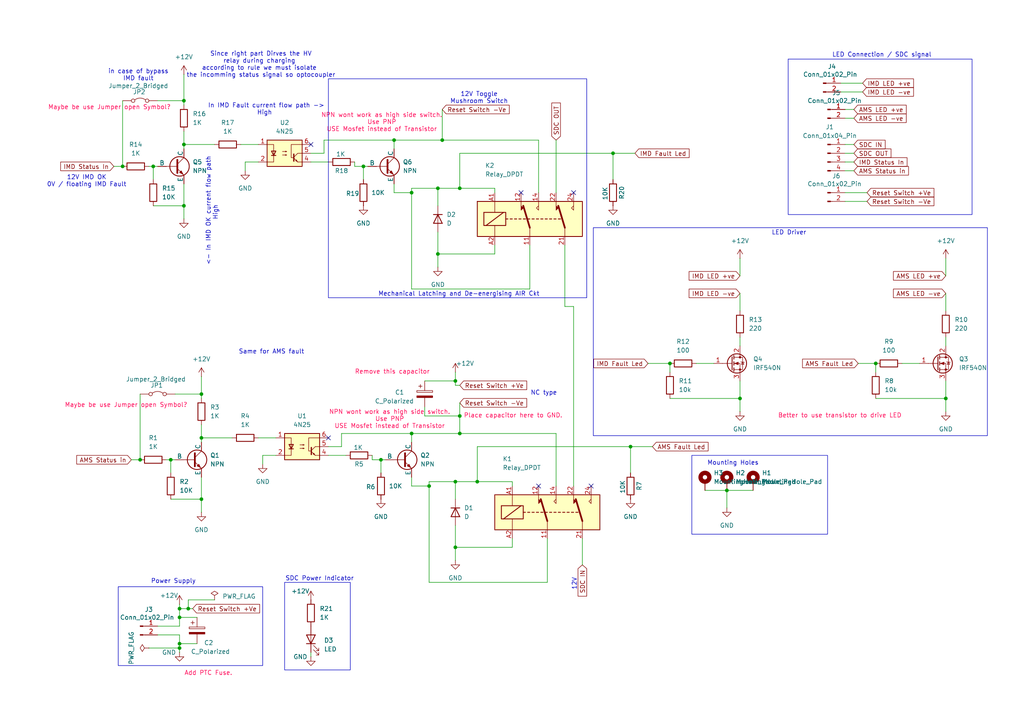
<source format=kicad_sch>
(kicad_sch (version 20231120) (generator "eeschema") (generator_version "8.0")
  (paper "A4")
  (title_block (title "Team Urja SDC 2024") (date "2024-09-06") (rev "V1") (company "Kathmandu University"))
  (lib_symbols
    (symbol "Connector:Conn_01x02_Pin" (pin_names (offset 1.016) hide)
      (property "Reference" "J" (at 0 2.54 0))
      (property "Value" "Conn_01x02_Pin" (at 0 -5.08 0))
      (symbol "Conn_01x02_Pin_1_1"
        (polyline (pts (xy 1.27 -2.54) (xy 0.8636 -2.54)) (stroke (width 0.1524)))
        (polyline (pts (xy 1.27 0) (xy 0.8636 0)) (stroke (width 0.1524)))
        (rectangle (start 0.8636 -2.413) (end 0 -2.667) (stroke (width 0.1524)) (fill (type outline)))
        (rectangle (start 0.8636 0.127) (end 0 -0.127) (stroke (width 0.1524)) (fill (type outline)))
        (pin passive line (at 5.08 0 180) (length 3.81) (name "Pin_1") (number "1"))
        (pin passive line (at 5.08 -2.54 180) (length 3.81) (name "Pin_2") (number "2"))
      )
    )
    (symbol "Connector:Conn_01x04_Pin" (pin_names (offset 1.016) hide)
      (property "Reference" "J" (at 0 5.08 0))
      (property "Value" "Conn_01x04_Pin" (at 0 -7.62 0))
      (symbol "Conn_01x04_Pin_1_1"
        (polyline (pts (xy 1.27 -5.08) (xy 0.8636 -5.08)) (stroke (width 0.1524)))
        (polyline (pts (xy 1.27 -2.54) (xy 0.8636 -2.54)) (stroke (width 0.1524)))
        (polyline (pts (xy 1.27 0) (xy 0.8636 0)) (stroke (width 0.1524)))
        (polyline (pts (xy 1.27 2.54) (xy 0.8636 2.54)) (stroke (width 0.1524)))
        (rectangle (start 0.8636 -4.953) (end 0 -5.207) (stroke (width 0.1524)) (fill (type outline)))
        (rectangle (start 0.8636 -2.413) (end 0 -2.667) (stroke (width 0.1524)) (fill (type outline)))
        (rectangle (start 0.8636 0.127) (end 0 -0.127) (stroke (width 0.1524)) (fill (type outline)))
        (rectangle (start 0.8636 2.667) (end 0 2.413) (stroke (width 0.1524)) (fill (type outline)))
        (pin passive line (at 5.08 2.54 180) (length 3.81) (name "Pin_1") (number "1"))
        (pin passive line (at 5.08 0 180) (length 3.81) (name "Pin_2") (number "2"))
        (pin passive line (at 5.08 -2.54 180) (length 3.81) (name "Pin_3") (number "3"))
        (pin passive line (at 5.08 -5.08 180) (length 3.81) (name "Pin_4") (number "4"))
      )
    )
    (symbol "Device:C_Polarized" (pin_numbers hide) (pin_names (offset 0.254))
      (property "Reference" "C" (at 0.635 2.54 0))
      (property "Value" "C_Polarized" (at 0.635 -2.54 0))
      (symbol "C_Polarized_0_1"
        (rectangle (start -2.286 0.508) (end 2.286 1.016))
        (polyline (pts (xy -1.778 2.286) (xy -0.762 2.286)))
        (polyline (pts (xy -1.27 2.794) (xy -1.27 1.778)))
        (rectangle (start 2.286 -0.508) (end -2.286 -1.016) (fill (type outline)))
      )
      (symbol "C_Polarized_1_1"
        (pin passive line (at 0 3.81 270) (length 2.794) (name "~") (number "1"))
        (pin passive line (at 0 -3.81 90) (length 2.794) (name "~") (number "2"))
      )
    )
    (symbol "Device:D" (pin_numbers hide) (pin_names (offset 1.016) hide)
      (property "Reference" "D" (at 0 2.54 0))
      (property "Value" "D" (at 0 -2.54 0))
      (symbol "D_0_1"
        (polyline (pts (xy -1.27 1.27) (xy -1.27 -1.27)) (stroke (width 0.254)))
        (polyline (pts (xy 1.27 0) (xy -1.27 0)))
        (polyline (pts (xy 1.27 1.27) (xy 1.27 -1.27) (xy -1.27 0) (xy 1.27 1.27)) (stroke (width 0.254)))
      )
      (symbol "D_1_1"
        (pin passive line (at -3.81 0 0) (length 2.54) (name "K") (number "1"))
        (pin passive line (at 3.81 0 180) (length 2.54) (name "A") (number "2"))
      )
    )
    (symbol "Device:LED" (pin_numbers hide) (pin_names (offset 1.016) hide)
      (property "Reference" "D" (at 0 2.54 0))
      (property "Value" "LED" (at 0 -2.54 0))
      (symbol "LED_0_1"
        (polyline (pts (xy -1.27 -1.27) (xy -1.27 1.27)) (stroke (width 0.254)))
        (polyline (pts (xy -1.27 0) (xy 1.27 0)))
        (polyline (pts (xy 1.27 -1.27) (xy 1.27 1.27) (xy -1.27 0) (xy 1.27 -1.27)) (stroke (width 0.254)))
        (polyline (pts (xy -3.048 -0.762) (xy -4.572 -2.286) (xy -3.81 -2.286) (xy -4.572 -2.286) (xy -4.572 -1.524)))
        (polyline (pts (xy -1.778 -0.762) (xy -3.302 -2.286) (xy -2.54 -2.286) (xy -3.302 -2.286) (xy -3.302 -1.524)))
      )
      (symbol "LED_1_1"
        (pin passive line (at -3.81 0 0) (length 2.54) (name "K") (number "1"))
        (pin passive line (at 3.81 0 180) (length 2.54) (name "A") (number "2"))
      )
    )
    (symbol "Device:R" (pin_numbers hide) (pin_names (offset 0))
      (property "Reference" "R" (at 2.032 0 90))
      (property "Value" "R" (at 0 0 90))
      (symbol "R_0_1"
        (rectangle (start -1.016 -2.54) (end 1.016 2.54) (stroke (width 0.254)))
      )
      (symbol "R_1_1"
        (pin passive line (at 0 3.81 270) (length 1.27) (name "~") (number "1"))
        (pin passive line (at 0 -3.81 90) (length 1.27) (name "~") (number "2"))
      )
    )
    (symbol "Isolator:4N25" (pin_names (offset 1.016))
      (property "Reference" "U" (at -5.08 5.08 0))
      (property "Value" "4N25" (at 0 5.08 0))
      (symbol "4N25_0_1"
        (rectangle (start -5.08 3.81) (end 5.08 -3.81) (stroke (width 0.254)) (fill (type background)))
        (polyline (pts (xy -3.81 -0.635) (xy -2.54 -0.635)) (stroke (width 0.254)))
        (polyline (pts (xy 2.667 -1.397) (xy 3.81 -2.54)))
        (polyline (pts (xy 2.667 -1.143) (xy 3.81 0)))
        (polyline (pts (xy 3.81 -2.54) (xy 5.08 -2.54)))
        (polyline (pts (xy 3.81 0) (xy 5.08 0)))
        (polyline (pts (xy 2.667 -0.254) (xy 2.667 -2.286) (xy 2.667 -2.286)) (stroke (width 0.3556)))
        (polyline (pts (xy -5.08 -2.54) (xy -3.175 -2.54) (xy -3.175 2.54) (xy -5.08 2.54)))
        (polyline (pts (xy -3.175 -0.635) (xy -3.81 0.635) (xy -2.54 0.635) (xy -3.175 -0.635)) (stroke (width 0.254)))
        (polyline (pts (xy 3.683 -2.413) (xy 3.429 -1.905) (xy 3.175 -2.159) (xy 3.683 -2.413)))
        (polyline (pts (xy 5.08 2.54) (xy 1.905 2.54) (xy 1.905 -1.27) (xy 2.54 -1.27)))
        (polyline (pts (xy -0.635 -0.508) (xy 0.635 -0.508) (xy 0.254 -0.635) (xy 0.254 -0.381) (xy 0.635 -0.508)))
        (polyline (pts (xy -0.635 0.508) (xy 0.635 0.508) (xy 0.254 0.381) (xy 0.254 0.635) (xy 0.635 0.508)))
      )
      (symbol "4N25_1_1"
        (pin passive line (at -7.62 2.54 0) (length 2.54) (name "~") (number "1"))
        (pin passive line (at -7.62 -2.54 0) (length 2.54) (name "~") (number "2"))
        (pin no_connect line (at -5.08 0 0) (length 2.54) hide (name "NC") (number "3"))
        (pin passive line (at 7.62 -2.54 180) (length 2.54) (name "~") (number "4"))
        (pin passive line (at 7.62 0 180) (length 2.54) (name "~") (number "5"))
        (pin passive line (at 7.62 2.54 180) (length 2.54) (name "~") (number "6"))
      )
    )
    (symbol "Jumper:Jumper_2_Bridged" (pin_numbers hide) (pin_names (offset 0) hide) (exclude_from_sim yes)
      (property "Reference" "JP" (at 0 1.905 0))
      (property "Value" "Jumper_2_Bridged" (at 0 -2.54 0))
      (symbol "Jumper_2_Bridged_0_0"
        (circle (center -2.032 0) (radius 0.508))
        (circle (center 2.032 0) (radius 0.508))
      )
      (symbol "Jumper_2_Bridged_0_1"
        (arc (start 1.524 0.254) (mid 0 0.762) (end -1.524 0.254))
      )
      (symbol "Jumper_2_Bridged_1_1"
        (pin passive line (at -5.08 0 0) (length 2.54) (name "A") (number "1"))
        (pin passive line (at 5.08 0 180) (length 2.54) (name "B") (number "2"))
      )
    )
    (symbol "Mechanical:MountingHole_Pad" (pin_numbers hide) (pin_names (offset 1.016) hide) (exclude_from_sim yes) (in_bom no)
      (property "Reference" "H" (at 0 6.35 0))
      (property "Value" "MountingHole_Pad" (at 0 4.445 0))
      (symbol "MountingHole_Pad_0_1"
        (circle (center 0 1.27) (radius 1.27) (stroke (width 1.27)))
      )
      (symbol "MountingHole_Pad_1_1"
        (pin input line (at 0 -2.54 90) (length 2.54) (name "1") (number "1"))
      )
    )
    (symbol "Relay:Relay_DPDT"
      (property "Reference" "K" (at 16.51 3.81 0))
      (property "Value" "Relay_DPDT" (at 16.51 1.27 0))
      (symbol "Relay_DPDT_0_1"
        (rectangle (start -15.24 5.08) (end 15.24 -5.08) (stroke (width 0.254)) (fill (type background)))
        (rectangle (start -13.335 1.905) (end -6.985 -1.905) (stroke (width 0.254)))
        (polyline (pts (xy -12.7 -1.905) (xy -7.62 1.905)) (stroke (width 0.254)))
        (polyline (pts (xy -10.16 -5.08) (xy -10.16 -1.905)))
        (polyline (pts (xy -10.16 5.08) (xy -10.16 1.905)))
        (polyline (pts (xy -6.985 0) (xy -6.35 0)) (stroke (width 0.254)))
        (polyline (pts (xy -5.715 0) (xy -5.08 0)) (stroke (width 0.254)))
        (polyline (pts (xy -4.445 0) (xy -3.81 0)) (stroke (width 0.254)))
        (polyline (pts (xy -3.175 0) (xy -2.54 0)) (stroke (width 0.254)))
        (polyline (pts (xy -1.905 0) (xy -1.27 0)) (stroke (width 0.254)))
        (polyline (pts (xy -0.635 0) (xy 0 0)) (stroke (width 0.254)))
        (polyline (pts (xy 0 -2.54) (xy -1.905 3.81)) (stroke (width 0.508)))
        (polyline (pts (xy 0 -2.54) (xy 0 -5.08)))
        (polyline (pts (xy 0.635 0) (xy 1.27 0)) (stroke (width 0.254)))
        (polyline (pts (xy 1.905 0) (xy 2.54 0)) (stroke (width 0.254)))
        (polyline (pts (xy 3.175 0) (xy 3.81 0)) (stroke (width 0.254)))
        (polyline (pts (xy 4.445 0) (xy 5.08 0)) (stroke (width 0.254)))
        (polyline (pts (xy 5.715 0) (xy 6.35 0)) (stroke (width 0.254)))
        (polyline (pts (xy 6.985 0) (xy 7.62 0)) (stroke (width 0.254)))
        (polyline (pts (xy 8.255 0) (xy 8.89 0)) (stroke (width 0.254)))
        (polyline (pts (xy 10.16 -2.54) (xy 8.255 3.81)) (stroke (width 0.508)))
        (polyline (pts (xy 10.16 -2.54) (xy 10.16 -5.08)))
        (polyline (pts (xy -2.54 5.08) (xy -2.54 2.54) (xy -1.905 3.175) (xy -2.54 3.81)) (fill (type outline)))
        (polyline (pts (xy 2.54 5.08) (xy 2.54 2.54) (xy 1.905 3.175) (xy 2.54 3.81)))
        (polyline (pts (xy 7.62 5.08) (xy 7.62 2.54) (xy 8.255 3.175) (xy 7.62 3.81)) (fill (type outline)))
        (polyline (pts (xy 12.7 5.08) (xy 12.7 2.54) (xy 12.065 3.175) (xy 12.7 3.81)))
      )
      (symbol "Relay_DPDT_1_1"
        (pin passive line (at 0 -7.62 90) (length 2.54) (name "~") (number "11"))
        (pin passive line (at -2.54 7.62 270) (length 2.54) (name "~") (number "12"))
        (pin passive line (at 2.54 7.62 270) (length 2.54) (name "~") (number "14"))
        (pin passive line (at 10.16 -7.62 90) (length 2.54) (name "~") (number "21"))
        (pin passive line (at 7.62 7.62 270) (length 2.54) (name "~") (number "22"))
        (pin passive line (at 12.7 7.62 270) (length 2.54) (name "~") (number "24"))
        (pin passive line (at -10.16 7.62 270) (length 2.54) (name "~") (number "A1"))
        (pin passive line (at -10.16 -7.62 90) (length 2.54) (name "~") (number "A2"))
      )
    )
    (symbol "Simulation_SPICE:NPN" (pin_numbers hide) (pin_names (offset 0))
      (property "Reference" "Q" (at -2.54 7.62 0))
      (property "Value" "NPN" (at -2.54 5.08 0))
      (symbol "NPN_0_1"
        (polyline (pts (xy -2.54 0) (xy 0.635 0)) (stroke (width 0.1524)))
        (polyline (pts (xy 0.635 0.635) (xy 2.54 2.54)))
        (polyline (pts (xy 2.794 -1.27) (xy 2.794 -1.27)) (stroke (width 0.1524)))
        (polyline (pts (xy 2.794 -1.27) (xy 2.794 -1.27)) (stroke (width 0.1524)))
        (polyline (pts (xy 0.635 -0.635) (xy 2.54 -2.54) (xy 2.54 -2.54)))
        (polyline (pts (xy 0.635 1.905) (xy 0.635 -1.905) (xy 0.635 -1.905)) (stroke (width 0.508)))
        (polyline (pts (xy 1.27 -1.778) (xy 1.778 -1.27) (xy 2.286 -2.286) (xy 1.27 -1.778) (xy 1.27 -1.778)) (fill (type outline)))
        (circle (center 1.27 0) (radius 2.8194) (stroke (width 0.254)))
      )
      (symbol "NPN_1_1"
        (pin open_collector line (at 2.54 5.08 270) (length 2.54) (name "C") (number "1"))
        (pin input line (at -5.08 0 0) (length 2.54) (name "B") (number "2"))
        (pin open_emitter line (at 2.54 -5.08 90) (length 2.54) (name "E") (number "3"))
      )
    )
    (symbol "Transistor_FET:IRF540N" (pin_names hide)
      (property "Reference" "Q" (at 5.08 1.905 0))
      (property "Value" "IRF540N" (at 5.08 0 0))
      (symbol "IRF540N_0_1"
        (polyline (pts (xy 0.254 0) (xy -2.54 0)))
        (polyline (pts (xy 0.254 1.905) (xy 0.254 -1.905)) (stroke (width 0.254)))
        (polyline (pts (xy 0.762 -1.27) (xy 0.762 -2.286)) (stroke (width 0.254)))
        (polyline (pts (xy 0.762 0.508) (xy 0.762 -0.508)) (stroke (width 0.254)))
        (polyline (pts (xy 0.762 2.286) (xy 0.762 1.27)) (stroke (width 0.254)))
        (polyline (pts (xy 2.54 2.54) (xy 2.54 1.778)))
        (polyline (pts (xy 2.54 -2.54) (xy 2.54 0) (xy 0.762 0)))
        (polyline (pts (xy 0.762 -1.778) (xy 3.302 -1.778) (xy 3.302 1.778) (xy 0.762 1.778)))
        (polyline (pts (xy 1.016 0) (xy 2.032 0.381) (xy 2.032 -0.381) (xy 1.016 0)) (fill (type outline)))
        (polyline (pts (xy 2.794 0.508) (xy 2.921 0.381) (xy 3.683 0.381) (xy 3.81 0.254)))
        (polyline (pts (xy 3.302 0.381) (xy 2.921 -0.254) (xy 3.683 -0.254) (xy 3.302 0.381)))
        (circle (center 1.651 0) (radius 2.794) (stroke (width 0.254)))
        (circle (center 2.54 -1.778) (radius 0.254) (fill (type outline)))
        (circle (center 2.54 1.778) (radius 0.254) (fill (type outline)))
      )
      (symbol "IRF540N_1_1"
        (pin input line (at -5.08 0 0) (length 2.54) (name "G") (number "1"))
        (pin passive line (at 2.54 5.08 270) (length 2.54) (name "D") (number "2"))
        (pin passive line (at 2.54 -5.08 90) (length 2.54) (name "S") (number "3"))
      )
    )
    (symbol "power:+12V" (power) (pin_numbers hide) (pin_names (offset 0) hide)
      (property "Value" "+12V" (at 0 3.556 0))
      (symbol "+12V_0_1"
        (polyline (pts (xy -0.762 1.27) (xy 0 2.54)))
        (polyline (pts (xy 0 0) (xy 0 2.54)))
        (polyline (pts (xy 0 2.54) (xy 0.762 1.27)))
      )
      (symbol "+12V_1_1"
        (pin power_in line (at 0 0 90) (length 0) (name "~") (number "1"))
      )
    )
    (symbol "power:GND" (power) (pin_numbers hide) (pin_names (offset 0) hide)
      (property "Value" "GND" (at 0 -3.81 0))
      (symbol "GND_0_1"
        (polyline (pts (xy 0 0) (xy 0 -1.27) (xy 1.27 -1.27) (xy 0 -2.54) (xy -1.27 -1.27) (xy 0 -1.27)))
      )
      (symbol "GND_1_1"
        (pin power_in line (at 0 0 270) (length 0) (name "~") (number "1"))
      )
    )
    (symbol "power:PWR_FLAG" (power) (pin_numbers hide) (pin_names (offset 0) hide)
      (property "Value" "PWR_FLAG" (at 0 3.81 0))
      (symbol "PWR_FLAG_0_0"
        (pin power_out line (at 0 0 90) (length 0) (name "~") (number "1"))
      )
      (symbol "PWR_FLAG_0_1"
        (polyline (pts (xy 0 0) (xy 0 1.27) (xy -1.016 1.905) (xy 0 2.54) (xy 1.016 1.905) (xy 0 1.27)))
      )
    )
  )
  (junction (at 210.82 142.24))
  (junction (at 49.53 133.35))
  (junction (at 53.34 41.91))
  (junction (at 133.35 120.65))
  (junction (at 133.35 54.61))
  (junction (at 114.3 40.64))
  (junction (at 127 54.61))
  (junction (at 133.35 125.73))
  (junction (at 177.8 44.45))
  (junction (at 119.38 125.73))
  (junction (at 127 73.66))
  (junction (at 58.42 127))
  (junction (at 182.88 129.54))
  (junction (at 52.07 187.96))
  (junction (at 40.64 133.35))
  (junction (at 138.43 139.7))
  (junction (at 194.31 105.41))
  (junction (at 58.42 114.3))
  (junction (at 53.34 59.69))
  (junction (at 58.42 144.78))
  (junction (at 132.08 158.75))
  (junction (at 119.38 55.88))
  (junction (at 35.56 48.26))
  (junction (at 52.07 179.07))
  (junction (at 128.27 40.64))
  (junction (at 132.08 110.49))
  (junction (at 105.41 48.26))
  (junction (at 132.08 139.7))
  (junction (at 52.07 176.53))
  (junction (at 53.34 29.21))
  (junction (at 124.46 140.97))
  (junction (at 52.07 186.69))
  (junction (at 44.45 48.26))
  (junction (at 254 105.41))
  (junction (at 110.49 133.35))
  (junction (at 54.61 176.53))
  (junction (at 274.32 115.57))
  (junction (at 214.63 115.57))
  (no_connect (at 171.45 140.97))
  (no_connect (at 166.37 55.88))
  (no_connect (at 95.25 127))
  (no_connect (at 90.17 41.91))
  (no_connect (at 151.13 55.88))
  (no_connect (at 156.21 140.97))
  (wire (pts (xy 128.27 40.64) (xy 156.21 40.64)))
  (wire (pts (xy 52.07 181.61) (xy 45.72 181.61)))
  (wire (pts (xy 214.63 115.57) (xy 214.63 119.38)))
  (wire (pts (xy 274.32 115.57) (xy 274.32 119.38)))
  (wire (pts (xy 166.37 88.9) (xy 163.83 88.9)))
  (wire (pts (xy 127 73.66) (xy 127 77.47)))
  (wire (pts (xy 49.53 133.35) (xy 49.53 137.16)))
  (wire (pts (xy 132.08 110.49) (xy 132.08 111.76)))
  (wire (pts (xy 133.35 54.61) (xy 143.51 54.61)))
  (wire (pts (xy 74.93 127) (xy 80.01 127)))
  (wire (pts (xy 274.32 110.49) (xy 274.32 115.57)))
  (wire (pts (xy 133.35 120.65) (xy 133.35 125.73)))
  (wire (pts (xy 138.43 139.7) (xy 148.59 139.7)))
  (wire (pts (xy 58.42 144.78) (xy 58.42 148.59)))
  (wire (pts (xy 274.32 85.09) (xy 274.32 90.17)))
  (wire (pts (xy 119.38 140.97) (xy 124.46 140.97)))
  (wire (pts (xy 53.34 21.59) (xy 53.34 29.21)))
  (wire (pts (xy 182.88 129.54) (xy 182.88 137.16)))
  (wire (pts (xy 243.84 26.67) (xy 250.19 26.67)))
  (wire (pts (xy 107.95 133.35) (xy 107.95 132.08)))
  (wire (pts (xy 52.07 187.96) (xy 52.07 186.69)))
  (wire (pts (xy 52.07 176.53) (xy 54.61 176.53)))
  (wire (pts (xy 128.27 31.75) (xy 128.27 40.64)))
  (wire (pts (xy 133.35 116.84) (xy 133.35 120.65)))
  (wire (pts (xy 52.07 186.69) (xy 52.07 184.15)))
  (wire (pts (xy 52.07 176.53) (xy 52.07 179.07)))
  (wire (pts (xy 90.17 46.99) (xy 95.25 46.99)))
  (wire (pts (xy 148.59 139.7) (xy 148.59 140.97)))
  (wire (pts (xy 132.08 111.76) (xy 133.35 111.76)))
  (wire (pts (xy 76.2 132.08) (xy 80.01 132.08)))
  (wire (pts (xy 214.63 97.79) (xy 214.63 100.33)))
  (wire (pts (xy 132.08 158.75) (xy 132.08 162.56)))
  (wire (pts (xy 114.3 55.88) (xy 119.38 55.88)))
  (wire (pts (xy 163.83 71.12) (xy 163.83 88.9)))
  (wire (pts (xy 243.84 24.13) (xy 250.19 24.13)))
  (wire (pts (xy 210.82 142.24) (xy 210.82 147.32)))
  (wire (pts (xy 105.41 48.26) (xy 106.68 48.26)))
  (wire (pts (xy 245.11 41.91) (xy 247.65 41.91)))
  (wire (pts (xy 52.07 184.15) (xy 45.72 184.15)))
  (wire (pts (xy 132.08 107.95) (xy 132.08 110.49)))
  (wire (pts (xy 132.08 152.4) (xy 132.08 158.75)))
  (wire (pts (xy 214.63 110.49) (xy 214.63 115.57)))
  (wire (pts (xy 52.07 175.26) (xy 52.07 176.53)))
  (wire (pts (xy 128.27 40.64) (xy 114.3 40.64)))
  (wire (pts (xy 132.08 144.78) (xy 132.08 139.7)))
  (wire (pts (xy 182.88 129.54) (xy 189.23 129.54)))
  (wire (pts (xy 50.8 114.3) (xy 58.42 114.3)))
  (wire (pts (xy 194.31 105.41) (xy 194.31 107.95)))
  (wire (pts (xy 124.46 140.97) (xy 124.46 168.91)))
  (wire (pts (xy 214.63 74.93) (xy 214.63 80.01)))
  (wire (pts (xy 248.92 105.41) (xy 254 105.41)))
  (wire (pts (xy 114.3 53.34) (xy 114.3 55.88)))
  (wire (pts (xy 48.26 133.35) (xy 49.53 133.35)))
  (wire (pts (xy 45.72 29.21) (xy 53.34 29.21)))
  (wire (pts (xy 107.95 133.35) (xy 110.49 133.35)))
  (wire (pts (xy 110.49 133.35) (xy 110.49 137.16)))
  (wire (pts (xy 127 54.61) (xy 133.35 54.61)))
  (wire (pts (xy 123.19 118.11) (xy 123.19 120.65)))
  (wire (pts (xy 214.63 85.09) (xy 214.63 90.17)))
  (wire (pts (xy 138.43 139.7) (xy 138.43 129.54)))
  (wire (pts (xy 245.11 34.29) (xy 247.65 34.29)))
  (wire (pts (xy 274.32 97.79) (xy 274.32 100.33)))
  (wire (pts (xy 132.08 139.7) (xy 138.43 139.7)))
  (wire (pts (xy 204.47 142.24) (xy 210.82 142.24)))
  (wire (pts (xy 194.31 115.57) (xy 214.63 115.57)))
  (wire (pts (xy 245.11 49.53) (xy 247.65 49.53)))
  (wire (pts (xy 123.19 120.65) (xy 133.35 120.65)))
  (wire (pts (xy 52.07 179.07) (xy 52.07 181.61)))
  (wire (pts (xy 53.34 29.21) (xy 53.34 30.48)))
  (wire (pts (xy 210.82 142.24) (xy 218.44 142.24)))
  (wire (pts (xy 245.11 31.75) (xy 247.65 31.75)))
  (wire (pts (xy 53.34 41.91) (xy 62.23 41.91)))
  (wire (pts (xy 161.29 40.64) (xy 161.29 55.88)))
  (wire (pts (xy 148.59 158.75) (xy 148.59 156.21)))
  (wire (pts (xy 93.98 40.64) (xy 114.3 40.64)))
  (wire (pts (xy 187.96 105.41) (xy 194.31 105.41)))
  (wire (pts (xy 124.46 139.7) (xy 132.08 139.7)))
  (wire (pts (xy 49.53 144.78) (xy 58.42 144.78)))
  (wire (pts (xy 153.67 71.12) (xy 153.67 83.82)))
  (wire (pts (xy 43.18 48.26) (xy 44.45 48.26)))
  (wire (pts (xy 201.93 105.41) (xy 207.01 105.41)))
  (wire (pts (xy 93.98 44.45) (xy 93.98 40.64)))
  (wire (pts (xy 261.62 105.41) (xy 266.7 105.41)))
  (wire (pts (xy 49.53 133.35) (xy 50.8 133.35)))
  (wire (pts (xy 156.21 40.64) (xy 156.21 55.88)))
  (wire (pts (xy 143.51 54.61) (xy 143.51 55.88)))
  (wire (pts (xy 102.87 48.26) (xy 105.41 48.26)))
  (wire (pts (xy 53.34 41.91) (xy 53.34 43.18)))
  (wire (pts (xy 114.3 40.64) (xy 114.3 43.18)))
  (wire (pts (xy 166.37 140.97) (xy 166.37 88.9)))
  (wire (pts (xy 52.07 186.69) (xy 57.15 186.69)))
  (wire (pts (xy 119.38 55.88) (xy 119.38 83.82)))
  (wire (pts (xy 127 67.31) (xy 127 73.66)))
  (wire (pts (xy 274.32 74.93) (xy 274.32 80.01)))
  (wire (pts (xy 133.35 125.73) (xy 161.29 125.73)))
  (wire (pts (xy 58.42 114.3) (xy 58.42 115.57)))
  (wire (pts (xy 44.45 48.26) (xy 45.72 48.26)))
  (wire (pts (xy 119.38 138.43) (xy 119.38 140.97)))
  (wire (pts (xy 245.11 46.99) (xy 247.65 46.99)))
  (wire (pts (xy 158.75 156.21) (xy 158.75 168.91)))
  (wire (pts (xy 132.08 158.75) (xy 148.59 158.75)))
  (wire (pts (xy 43.18 187.96) (xy 52.07 187.96)))
  (wire (pts (xy 133.35 54.61) (xy 133.35 44.45)))
  (wire (pts (xy 245.11 55.88) (xy 251.46 55.88)))
  (wire (pts (xy 71.12 46.99) (xy 74.93 46.99)))
  (wire (pts (xy 44.45 48.26) (xy 44.45 52.07)))
  (wire (pts (xy 99.06 125.73) (xy 119.38 125.73)))
  (wire (pts (xy 90.17 189.23) (xy 90.17 190.5)))
  (wire (pts (xy 38.1 133.35) (xy 40.64 133.35)))
  (wire (pts (xy 123.19 110.49) (xy 132.08 110.49)))
  (wire (pts (xy 53.34 53.34) (xy 53.34 59.69)))
  (wire (pts (xy 254 105.41) (xy 254 107.95)))
  (wire (pts (xy 95.25 132.08) (xy 100.33 132.08)))
  (wire (pts (xy 119.38 125.73) (xy 119.38 128.27)))
  (wire (pts (xy 177.8 44.45) (xy 177.8 52.07)))
  (wire (pts (xy 143.51 73.66) (xy 143.51 71.12)))
  (wire (pts (xy 110.49 133.35) (xy 111.76 133.35)))
  (wire (pts (xy 161.29 125.73) (xy 161.29 140.97)))
  (wire (pts (xy 90.17 44.45) (xy 93.98 44.45)))
  (wire (pts (xy 127 73.66) (xy 143.51 73.66)))
  (wire (pts (xy 119.38 54.61) (xy 127 54.61)))
  (wire (pts (xy 54.61 173.99) (xy 54.61 176.53)))
  (wire (pts (xy 254 115.57) (xy 274.32 115.57)))
  (wire (pts (xy 69.85 41.91) (xy 74.93 41.91)))
  (wire (pts (xy 127 59.69) (xy 127 54.61)))
  (wire (pts (xy 133.35 125.73) (xy 119.38 125.73)))
  (wire (pts (xy 58.42 123.19) (xy 58.42 127)))
  (wire (pts (xy 58.42 109.22) (xy 58.42 114.3)))
  (wire (pts (xy 62.23 173.99) (xy 54.61 173.99)))
  (wire (pts (xy 153.67 83.82) (xy 119.38 83.82)))
  (wire (pts (xy 168.91 156.21) (xy 168.91 163.83)))
  (wire (pts (xy 35.56 29.21) (xy 35.56 48.26)))
  (wire (pts (xy 53.34 38.1) (xy 53.34 41.91)))
  (wire (pts (xy 54.61 176.53) (xy 55.88 176.53)))
  (wire (pts (xy 52.07 189.23) (xy 52.07 187.96)))
  (wire (pts (xy 177.8 44.45) (xy 184.15 44.45)))
  (wire (pts (xy 44.45 59.69) (xy 53.34 59.69)))
  (wire (pts (xy 52.07 179.07) (xy 57.15 179.07)))
  (wire (pts (xy 245.11 58.42) (xy 251.46 58.42)))
  (wire (pts (xy 76.2 132.08) (xy 76.2 134.62)))
  (wire (pts (xy 102.87 48.26) (xy 102.87 46.99)))
  (wire (pts (xy 105.41 48.26) (xy 105.41 52.07)))
  (wire (pts (xy 99.06 129.54) (xy 99.06 125.73)))
  (wire (pts (xy 124.46 139.7) (xy 124.46 140.97)))
  (wire (pts (xy 40.64 114.3) (xy 40.64 133.35)))
  (wire (pts (xy 245.11 44.45) (xy 247.65 44.45)))
  (wire (pts (xy 53.34 59.69) (xy 53.34 63.5)))
  (wire (pts (xy 58.42 127) (xy 58.42 128.27)))
  (wire (pts (xy 58.42 138.43) (xy 58.42 144.78)))
  (wire (pts (xy 95.25 129.54) (xy 99.06 129.54)))
  (wire (pts (xy 58.42 127) (xy 67.31 127)))
  (wire (pts (xy 133.35 44.45) (xy 177.8 44.45)))
  (wire (pts (xy 33.02 48.26) (xy 35.56 48.26)))
  (wire (pts (xy 138.43 129.54) (xy 182.88 129.54)))
  (wire (pts (xy 158.75 168.91) (xy 124.46 168.91)))
  (wire (pts (xy 119.38 54.61) (xy 119.38 55.88)))
  (wire (pts (xy 71.12 46.99) (xy 71.12 49.53)))
  (rectangle (start 34.29 170.18) (end 76.2 193.04))
  (rectangle (start 95.25 22.86) (end 170.18 86.36))
  (rectangle (start 228.6 17.145) (end 281.94 62.23))
  (rectangle (start 82.55 168.91) (end 101.6 194.31))
  (rectangle (start 172.085 66.04) (end 286.385 126.365))
  (rectangle (start 200.66 132.08) (end 240.03 154.94))
  (text "Power Supply\n" (at 50.292 168.656 0) (effects (font (size 1.27 1.27))))
  (text "LED Connection / SDC signal\n" (at 255.778 16.002 0) (effects (font (size 1.27 1.27))))
  (text "Maybe be use Jumper open Symbol?" (at 36.576 117.602 0) (effects (font (size 1.27 1.27))))
  (text "LED Driver\n" (at 228.854 67.564 0) (effects (font (size 1.27 1.27))))
  (text "Same for AMS fault" (at 78.74 102.108 0) (effects (font (size 1.27 1.27))))
  (text "Better to use transistor to drive LED" (at 243.586 120.65 0) (effects (font (size 1.27 1.27))))
  (text "12V Toggle \nMushroom Switch " (at 139.446 28.448 0) (effects (font (size 1.27 1.27))))
  (text "NPN wont work as high side switch.\nUse PNP\nUSE Mosfet instead of Transistor" (at 110.744 35.56 0) (effects (font (size 1.27 1.27))))
  (text "in case of bypass\nIMD fault" (at 40.132 21.844 0) (effects (font (size 1.27 1.27))))
  (text "Mechanical Latching and De-energising AIR Ckt" (at 133.096 85.344 0) (effects (font (size 1.27 1.27))))
  (text "In IMD Fault current flow path ->\nHigh " (at 77.216 31.75 0) (effects (font (size 1.27 1.27))))
  (text "NPN wont work as high side switch.\nUse PNP\nUSE Mosfet instead of Transistor" (at 113.03 121.666 0) (effects (font (size 1.27 1.27))))
  (text "Since right part Dirves the HV\nrelay during charging \naccording to rule we must isolate \nthe incomming status signal so optocoupler" (at 75.692 18.796 0) (effects (font (size 1.27 1.27))))
  (text "Place capacitor here to GND." (at 148.844 120.65 0) (effects (font (size 1.27 1.27))))
  (text "NC type\n" (at 157.734 114.046 0) (effects (font (size 1.27 1.27))))
  (text "12V IMD OK\n0V / floating IMD Fault" (at 25.146 52.578 0) (effects (font (size 1.27 1.27))))
  (text "Maybe be use Jumper open Symbol?" (at 31.75 31.242 0) (effects (font (size 1.27 1.27))))
  (text "Remove this capacitor" (at 113.792 107.95 0) (effects (font (size 1.27 1.27))))
  (text "Mounting Holes" (at 212.598 134.366 0) (effects (font (size 1.27 1.27))))
  (text "SDC Power Indicator" (at 92.71 167.894 0) (effects (font (size 1.27 1.27))))
  (text "Add PTC Fuse." (at 60.452 195.326 0) (effects (font (size 1.27 1.27))))
  (text "12V" (at 166.624 169.418 90) (effects (font (size 1.27 1.27))))
  (text "<- In IMD OK current flow path\nHigh " (at 61.468 61.214 90) (effects (font (size 1.27 1.27))))
  (global_label "AMS Status in" (shape input) (at 247.65 49.53 0) (property "Intersheetrefs" "${INTERSHEET_REFS}" (effects (hide yes))))
  (global_label "Reset Switch +Ve" (shape input) (at 55.88 176.53 0) (property "Intersheetrefs" "${INTERSHEET_REFS}" (effects (hide yes))))
  (global_label "SDC OUT" (shape input) (at 247.65 44.45 0) (property "Intersheetrefs" "${INTERSHEET_REFS}" (effects (hide yes))))
  (global_label "IMD Status In" (shape input) (at 247.65 46.99 0) (property "Intersheetrefs" "${INTERSHEET_REFS}" (effects (hide yes))))
  (global_label "IMD LED -ve" (shape input) (at 250.19 26.67 0) (property "Intersheetrefs" "${INTERSHEET_REFS}" (effects (hide yes))))
  (global_label "SDC OUT" (shape input) (at 161.29 40.64 90) (property "Intersheetrefs" "${INTERSHEET_REFS}" (effects (hide yes))))
  (global_label "Reset Switch -Ve" (shape input) (at 251.46 58.42 0) (property "Intersheetrefs" "${INTERSHEET_REFS}" (effects (hide yes))))
  (global_label "Reset Switch -Ve" (shape input) (at 133.35 116.84 0) (property "Intersheetrefs" "${INTERSHEET_REFS}" (effects (hide yes))))
  (global_label "AMS Fault Led" (shape input) (at 189.23 129.54 0) (property "Intersheetrefs" "${INTERSHEET_REFS}" (effects (hide yes))))
  (global_label "IMD Fault Led" (shape input) (at 184.15 44.45 0) (property "Intersheetrefs" "${INTERSHEET_REFS}" (effects (hide yes))))
  (global_label "IMD LED +ve" (shape input) (at 250.19 24.13 0) (property "Intersheetrefs" "${INTERSHEET_REFS}" (effects (hide yes))))
  (global_label "Reset Switch +Ve" (shape input) (at 251.46 55.88 0) (property "Intersheetrefs" "${INTERSHEET_REFS}" (effects (hide yes))))
  (global_label "IMD Status In" (shape input) (at 33.02 48.26 180) (property "Intersheetrefs" "${INTERSHEET_REFS}" (effects (hide yes))))
  (global_label "IMD Fault Led" (shape input) (at 187.96 105.41 180) (property "Intersheetrefs" "${INTERSHEET_REFS}" (effects (hide yes))))
  (global_label "AMS LED -ve" (shape input) (at 247.65 34.29 0) (property "Intersheetrefs" "${INTERSHEET_REFS}" (effects (hide yes))))
  (global_label "AMS Status in" (shape input) (at 38.1 133.35 180) (property "Intersheetrefs" "${INTERSHEET_REFS}" (effects (hide yes))))
  (global_label "IMD LED -ve" (shape input) (at 214.63 85.09 180) (property "Intersheetrefs" "${INTERSHEET_REFS}" (effects (hide yes))))
  (global_label "Reset Switch -Ve" (shape input) (at 128.27 31.75 0) (property "Intersheetrefs" "${INTERSHEET_REFS}" (effects (hide yes))))
  (global_label "IMD LED +ve" (shape input) (at 214.63 80.01 180) (property "Intersheetrefs" "${INTERSHEET_REFS}" (effects (hide yes))))
  (global_label "Reset Switch +Ve" (shape input) (at 133.35 111.76 0) (property "Intersheetrefs" "${INTERSHEET_REFS}" (effects (hide yes))))
  (global_label "AMS LED +ve" (shape input) (at 247.65 31.75 0) (property "Intersheetrefs" "${INTERSHEET_REFS}" (effects (hide yes))))
  (global_label "SDC IN" (shape input) (at 247.65 41.91 0) (property "Intersheetrefs" "${INTERSHEET_REFS}" (effects (hide yes))))
  (global_label "AMS LED +ve" (shape input) (at 274.32 80.01 180) (property "Intersheetrefs" "${INTERSHEET_REFS}" (effects (hide yes))))
  (global_label "AMS Fault Led" (shape input) (at 248.92 105.41 180) (property "Intersheetrefs" "${INTERSHEET_REFS}" (effects (hide yes))))
  (global_label "SDC IN" (shape input) (at 168.91 163.83 270) (property "Intersheetrefs" "${INTERSHEET_REFS}" (effects (hide yes))))
  (global_label "AMS LED -ve" (shape input) (at 274.32 85.09 180) (property "Intersheetrefs" "${INTERSHEET_REFS}" (effects (hide yes))))
  (symbol (lib_id "Connector:Conn_01x02_Pin") (at 240.03 31.75 0) (unit 1)
    (property "Reference" "J5" (at 242.57 26.924 0))
    (property "Value" "Conn_01x02_Pin" (at 242.062 29.21 0))
    (property "Footprint" "Connector_PinHeader_2.54mm:PinHeader_1x02_P2.54mm_Vertical" (effects (hide yes)))
    (property "Description" "Generic connector, single row, 01x02, script generated" (effects (hide yes)))
  )
  (symbol (lib_id "Device:D") (at 132.08 148.59 270) (unit 1)
    (property "Reference" "D1" (at 134.62 147.3199 90) (effects (justify left)))
    (property "Value" "D" (at 134.62 149.8599 90) (effects (justify left)))
    (property "Footprint" "Diode_THT:D_A-405_P7.62mm_Horizontal" (effects (hide yes)))
    (property "Description" "Diode" (effects (hide yes)))
    (property "Sim.Device" "D" (effects (hide yes)))
    (property "Sim.Pins" "1=K 2=A" (effects (hide yes)))
  )
  (symbol (lib_id "Device:R") (at 104.14 132.08 270) (unit 1)
    (property "Reference" "R5" (at 104.14 134.62 90))
    (property "Value" "1K" (at 103.886 129.794 90))
    (property "Footprint" "Resistor_THT:R_Axial_DIN0207_L6.3mm_D2.5mm_P7.62mm_Horizontal" (effects (hide yes)))
    (property "Description" "Resistor" (effects (hide yes)))
  )
  (symbol (lib_id "Device:R") (at 257.81 105.41 90) (unit 1)
    (property "Reference" "R9" (at 257.81 99.06 90))
    (property "Value" "100" (at 257.81 101.6 90))
    (property "Footprint" "Resistor_THT:R_Axial_DIN0204_L3.6mm_D1.6mm_P7.62mm_Horizontal" (effects (hide yes)))
    (property "Description" "Resistor" (effects (hide yes)))
  )
  (symbol (lib_id "power:GND") (at 110.49 144.78 0) (unit 1)
    (property "Reference" "#PWR04" (effects (hide yes)))
    (property "Value" "GND" (at 110.49 149.86 0))
    (property "Description" "Power symbol creates a global label with name \"GND\" , ground" (effects (hide yes)))
  )
  (symbol (lib_id "Device:R") (at 39.37 48.26 90) (unit 1)
    (property "Reference" "R14" (at 39.37 41.91 90))
    (property "Value" "1K" (at 39.37 44.45 90))
    (property "Footprint" "Resistor_THT:R_Axial_DIN0207_L6.3mm_D2.5mm_P7.62mm_Horizontal" (effects (hide yes)))
    (property "Description" "Resistor" (effects (hide yes)))
  )
  (symbol (lib_id "Connector:Conn_01x02_Pin") (at 238.76 24.13 0) (unit 1)
    (property "Reference" "J4" (at 241.3 19.304 0))
    (property "Value" "Conn_01x02_Pin" (at 240.792 21.59 0))
    (property "Footprint" "Connector_PinHeader_2.54mm:PinHeader_1x02_P2.54mm_Vertical" (effects (hide yes)))
    (property "Description" "Generic connector, single row, 01x02, script generated" (effects (hide yes)))
  )
  (symbol (lib_id "Device:LED") (at 90.17 185.42 90) (unit 1)
    (property "Reference" "D3" (at 93.98 185.7374 90) (effects (justify right)))
    (property "Value" "LED" (at 93.98 188.2774 90) (effects (justify right)))
    (property "Footprint" "LED_THT:LED_D5.0mm" (effects (hide yes)))
    (property "Description" "Light emitting diode" (effects (hide yes)))
  )
  (symbol (lib_id "power:GND") (at 132.08 162.56 0) (unit 1)
    (property "Reference" "#PWR06" (effects (hide yes)))
    (property "Value" "GND" (at 132.08 167.64 0))
    (property "Description" "Power symbol creates a global label with name \"GND\" , ground" (effects (hide yes)))
  )
  (symbol (lib_id "Connector:Conn_01x02_Pin") (at 240.03 55.88 0) (unit 1)
    (property "Reference" "J6" (at 242.57 51.054 0))
    (property "Value" "Conn_01x02_Pin" (at 242.062 53.34 0))
    (property "Footprint" "Connector_PinHeader_2.54mm:PinHeader_1x02_P2.54mm_Vertical" (effects (hide yes)))
    (property "Description" "Generic connector, single row, 01x02, script generated" (effects (hide yes)))
  )
  (symbol (lib_id "Device:R") (at 53.34 34.29 180) (unit 1)
    (property "Reference" "R16" (at 55.88 33.0199 0) (effects (justify right)))
    (property "Value" "1K" (at 55.88 35.5599 0) (effects (justify right)))
    (property "Footprint" "Resistor_THT:R_Axial_DIN0207_L6.3mm_D2.5mm_P7.62mm_Horizontal" (effects (hide yes)))
    (property "Description" "Resistor" (effects (hide yes)))
  )
  (symbol (lib_id "power:+12V") (at 214.63 74.93 0) (unit 1)
    (property "Reference" "#PWR012" (effects (hide yes)))
    (property "Value" "+12V" (at 214.63 69.85 0))
    (property "Description" "Power symbol creates a global label with name \"+12V\"" (effects (hide yes)))
  )
  (symbol (lib_id "Device:R") (at 214.63 93.98 0) (unit 1)
    (property "Reference" "R13" (at 217.17 92.7099 0) (effects (justify left)))
    (property "Value" "220" (at 217.17 95.2499 0) (effects (justify left)))
    (property "Footprint" "Resistor_THT:R_Axial_DIN0204_L3.6mm_D1.6mm_P7.62mm_Horizontal" (effects (hide yes)))
    (property "Description" "Resistor" (effects (hide yes)))
  )
  (symbol (lib_id "Device:R") (at 105.41 55.88 0) (unit 1)
    (property "Reference" "R19" (at 100.33 56.134 0) (effects (justify left)))
    (property "Value" "10K" (at 107.696 55.88 0) (effects (justify left)))
    (property "Footprint" "Resistor_THT:R_Axial_DIN0207_L6.3mm_D2.5mm_P7.62mm_Horizontal" (effects (hide yes)))
    (property "Description" "Resistor" (effects (hide yes)))
  )
  (symbol (lib_id "power:GND") (at 71.12 49.53 0) (unit 1)
    (property "Reference" "#PWR016" (effects (hide yes)))
    (property "Value" "GND" (at 71.12 54.61 0))
    (property "Description" "Power symbol creates a global label with name \"GND\" , ground" (effects (hide yes)))
  )
  (symbol (lib_id "Device:R") (at 66.04 41.91 270) (unit 1)
    (property "Reference" "R17" (at 66.04 35.56 90))
    (property "Value" "1K" (at 66.04 38.1 90))
    (property "Footprint" "Resistor_THT:R_Axial_DIN0207_L6.3mm_D2.5mm_P7.62mm_Horizontal" (effects (hide yes)))
    (property "Description" "Resistor" (effects (hide yes)))
  )
  (symbol (lib_id "power:GND") (at 58.42 148.59 0) (unit 1)
    (property "Reference" "#PWR02" (effects (hide yes)))
    (property "Value" "GND" (at 58.42 153.67 0))
    (property "Description" "Power symbol creates a global label with name \"GND\" , ground" (effects (hide yes)))
  )
  (symbol (lib_id "power:GND") (at 90.17 190.5 0) (unit 1)
    (property "Reference" "#PWR022" (effects (hide yes)))
    (property "Value" "GND" (at 87.122 190.5 0))
    (property "Description" "Power symbol creates a global label with name \"GND\" , ground" (effects (hide yes)))
  )
  (symbol (lib_id "Device:R") (at 254 111.76 180) (unit 1)
    (property "Reference" "R8" (at 256.54 110.4899 0) (effects (justify right)))
    (property "Value" "10k" (at 256.54 113.0299 0) (effects (justify right)))
    (property "Footprint" "Resistor_THT:R_Axial_DIN0204_L3.6mm_D1.6mm_P7.62mm_Horizontal" (effects (hide yes)))
    (property "Description" "Resistor" (effects (hide yes)))
  )
  (symbol (lib_id "Simulation_SPICE:NPN") (at 111.76 48.26 0) (unit 1)
    (property "Reference" "Q6" (at 116.84 46.9899 0) (effects (justify left)))
    (property "Value" "NPN" (at 116.84 49.5299 0) (effects (justify left)))
    (property "Footprint" "Package_TO_SOT_THT:TO-92_Inline_Wide" (effects (hide yes)))
    (property "Datasheet" "https://ngspice.sourceforge.io/docs/ngspice-html-manual/manual.xhtml#cha_BJTs" (effects (hide yes)))
    (property "Description" "Bipolar transistor symbol for simulation only, substrate tied to the emitter" (effects (hide yes)))
    (property "Sim.Device" "NPN" (effects (hide yes)))
    (property "Sim.Type" "GUMMELPOON" (effects (hide yes)))
    (property "Sim.Pins" "1=C 2=B 3=E" (effects (hide yes)))
  )
  (symbol (lib_id "Device:R") (at 99.06 46.99 270) (unit 1)
    (property "Reference" "R18" (at 99.06 49.53 90))
    (property "Value" "1K" (at 98.806 44.704 90))
    (property "Footprint" "Resistor_THT:R_Axial_DIN0207_L6.3mm_D2.5mm_P7.62mm_Horizontal" (effects (hide yes)))
    (property "Description" "Resistor" (effects (hide yes)))
  )
  (symbol (lib_id "power:+12V") (at 90.17 173.99 0) (unit 1)
    (property "Reference" "#PWR021" (effects (hide yes)))
    (property "Value" "+12V" (at 87.122 171.45 0))
    (property "Description" "Power symbol creates a global label with name \"+12V\"" (effects (hide yes)))
  )
  (symbol (lib_id "power:+12V") (at 132.08 107.95 0) (unit 1)
    (property "Reference" "#PWR05" (effects (hide yes)))
    (property "Value" "+12V" (at 134.874 105.41 0))
    (property "Description" "Power symbol creates a global label with name \"+12V\"" (effects (hide yes)))
  )
  (symbol (lib_id "Device:R") (at 44.45 133.35 90) (unit 1)
    (property "Reference" "R1" (at 44.45 127 90))
    (property "Value" "1K" (at 44.45 129.54 90))
    (property "Footprint" "Resistor_THT:R_Axial_DIN0207_L6.3mm_D2.5mm_P7.62mm_Horizontal" (effects (hide yes)))
    (property "Description" "Resistor" (effects (hide yes)))
  )
  (symbol (lib_id "Device:C_Polarized") (at 123.19 114.3 0) (unit 1)
    (property "Reference" "C1" (at 114.554 113.792 0) (effects (justify left)))
    (property "Value" "C_Polarized" (at 108.712 116.332 0) (effects (justify left)))
    (property "Footprint" "Capacitor_THT:CP_Radial_D12.5mm_P7.50mm" (effects (hide yes)))
    (property "Description" "Polarized capacitor" (effects (hide yes)))
  )
  (symbol (lib_id "power:+12V") (at 274.32 74.93 0) (unit 1)
    (property "Reference" "#PWR010" (effects (hide yes)))
    (property "Value" "+12V" (at 274.32 69.85 0))
    (property "Description" "Power symbol creates a global label with name \"+12V\"" (effects (hide yes)))
  )
  (symbol (lib_id "Device:R") (at 58.42 119.38 180) (unit 1)
    (property "Reference" "R3" (at 60.96 118.1099 0) (effects (justify right)))
    (property "Value" "1K" (at 60.96 120.6499 0) (effects (justify right)))
    (property "Footprint" "Resistor_THT:R_Axial_DIN0207_L6.3mm_D2.5mm_P7.62mm_Horizontal" (effects (hide yes)))
    (property "Description" "Resistor" (effects (hide yes)))
  )
  (symbol (lib_id "power:GND") (at 214.63 119.38 0) (unit 1)
    (property "Reference" "#PWR013" (effects (hide yes)))
    (property "Value" "GND" (at 214.63 124.46 0))
    (property "Description" "Power symbol creates a global label with name \"GND\" , ground" (effects (hide yes)))
  )
  (symbol (lib_id "power:GND") (at 76.2 134.62 0) (unit 1)
    (property "Reference" "#PWR03" (effects (hide yes)))
    (property "Value" "GND" (at 76.2 139.7 0))
    (property "Description" "Power symbol creates a global label with name \"GND\" , ground" (effects (hide yes)))
  )
  (symbol (lib_id "power:GND") (at 127 77.47 0) (unit 1)
    (property "Reference" "#PWR019" (effects (hide yes)))
    (property "Value" "GND" (at 127 82.55 0))
    (property "Description" "Power symbol creates a global label with name \"GND\" , ground" (effects (hide yes)))
  )
  (symbol (lib_id "Device:R") (at 177.8 55.88 0) (unit 1)
    (property "Reference" "R20" (at 180.34 55.88 90))
    (property "Value" "10K" (at 175.514 56.134 90))
    (property "Footprint" "Resistor_THT:R_Axial_DIN0207_L6.3mm_D2.5mm_P7.62mm_Horizontal" (effects (hide yes)))
    (property "Description" "Resistor" (effects (hide yes)))
  )
  (symbol (lib_id "Simulation_SPICE:NPN") (at 116.84 133.35 0) (unit 1)
    (property "Reference" "Q2" (at 121.92 132.0799 0) (effects (justify left)))
    (property "Value" "NPN" (at 121.92 134.6199 0) (effects (justify left)))
    (property "Footprint" "Package_TO_SOT_THT:TO-92_Inline_Wide" (effects (hide yes)))
    (property "Datasheet" "https://ngspice.sourceforge.io/docs/ngspice-html-manual/manual.xhtml#cha_BJTs" (effects (hide yes)))
    (property "Description" "Bipolar transistor symbol for simulation only, substrate tied to the emitter" (effects (hide yes)))
    (property "Sim.Device" "NPN" (effects (hide yes)))
    (property "Sim.Type" "GUMMELPOON" (effects (hide yes)))
    (property "Sim.Pins" "1=C 2=B 3=E" (effects (hide yes)))
  )
  (symbol (lib_id "power:GND") (at 52.07 189.23 0) (unit 1)
    (property "Reference" "#PWR09" (effects (hide yes)))
    (property "Value" "GND" (at 49.022 189.23 0))
    (property "Description" "Power symbol creates a global label with name \"GND\" , ground" (effects (hide yes)))
  )
  (symbol (lib_id "Relay:Relay_DPDT") (at 158.75 148.59 0) (unit 1)
    (property "Reference" "K1" (at 145.796 133.096 0) (effects (justify left)))
    (property "Value" "Relay_DPDT" (at 145.796 135.636 0) (effects (justify left)))
    (property "Footprint" "Relay_THT:Relay_DPDT_Finder_40.52" (effects (hide yes)))
    (property "Description" "Monostable Relay DPDT, EN50005 " (effects (hide yes)))
  )
  (symbol (lib_id "Device:R") (at 71.12 127 270) (unit 1)
    (property "Reference" "R4" (at 71.12 120.65 90))
    (property "Value" "1K" (at 71.12 123.19 90))
    (property "Footprint" "Resistor_THT:R_Axial_DIN0207_L6.3mm_D2.5mm_P7.62mm_Horizontal" (effects (hide yes)))
    (property "Description" "Resistor" (effects (hide yes)))
  )
  (symbol (lib_id "Device:R") (at 44.45 55.88 180) (unit 1)
    (property "Reference" "R15" (at 46.99 54.6099 0) (effects (justify right)))
    (property "Value" "10K" (at 46.99 57.1499 0) (effects (justify right)))
    (property "Footprint" "Resistor_THT:R_Axial_DIN0207_L6.3mm_D2.5mm_P7.62mm_Horizontal" (effects (hide yes)))
    (property "Description" "Resistor" (effects (hide yes)))
  )
  (symbol (lib_id "Simulation_SPICE:NPN") (at 55.88 133.35 0) (unit 1)
    (property "Reference" "Q1" (at 60.96 132.0799 0) (effects (justify left)))
    (property "Value" "NPN" (at 60.96 134.6199 0) (effects (justify left)))
    (property "Footprint" "Package_TO_SOT_THT:TO-92L_Inline_Wide" (effects (hide yes)))
    (property "Datasheet" "https://ngspice.sourceforge.io/docs/ngspice-html-manual/manual.xhtml#cha_BJTs" (effects (hide yes)))
    (property "Description" "Bipolar transistor symbol for simulation only, substrate tied to the emitter" (effects (hide yes)))
    (property "Sim.Device" "NPN" (effects (hide yes)))
    (property "Sim.Type" "GUMMELPOON" (effects (hide yes)))
    (property "Sim.Pins" "1=C 2=B 3=E" (effects (hide yes)))
  )
  (symbol (lib_id "Mechanical:MountingHole_Pad") (at 210.82 139.7 0) (unit 1) (exclude_from_sim yes) (in_bom no)
    (property "Reference" "H2" (at 213.36 137.1599 0) (effects (justify left)))
    (property "Value" "MountingHole_Pad" (at 213.36 139.6999 0) (effects (justify left)))
    (property "Footprint" "MountingHole:MountingHole_3.2mm_M3_DIN965_Pad" (effects (hide yes)))
    (property "Description" "Mounting Hole with connection" (effects (hide yes)))
  )
  (symbol (lib_id "Connector:Conn_01x02_Pin") (at 40.64 181.61 0) (unit 1)
    (property "Reference" "J3" (at 43.18 176.784 0))
    (property "Value" "Conn_01x02_Pin" (at 42.672 179.07 0))
    (property "Footprint" "Connector_PinHeader_2.54mm:PinHeader_1x02_P2.54mm_Vertical" (effects (hide yes)))
    (property "Description" "Generic connector, single row, 01x02, script generated" (effects (hide yes)))
  )
  (symbol (lib_id "power:PWR_FLAG") (at 62.23 173.99 0) (unit 1)
    (property "Reference" "#FLG01" (effects (hide yes)))
    (property "Value" "PWR_FLAG" (at 69.342 172.974 0))
    (property "Description" "Special symbol for telling ERC where power comes from" (effects (hide yes)))
  )
  (symbol (lib_id "power:PWR_FLAG") (at 43.18 187.96 90) (unit 1)
    (property "Reference" "#FLG02" (effects (hide yes)))
    (property "Value" "PWR_FLAG" (at 38.1 187.96 0))
    (property "Description" "Special symbol for telling ERC where power comes from" (effects (hide yes)))
  )
  (symbol (lib_id "power:GND") (at 210.82 147.32 0) (unit 1)
    (property "Reference" "#PWR018" (effects (hide yes)))
    (property "Value" "GND" (at 210.82 152.4 0))
    (property "Description" "Power symbol creates a global label with name \"GND\" , ground" (effects (hide yes)))
  )
  (symbol (lib_id "power:+12V") (at 58.42 109.22 0) (unit 1)
    (property "Reference" "#PWR01" (effects (hide yes)))
    (property "Value" "+12V" (at 58.42 104.14 0))
    (property "Description" "Power symbol creates a global label with name \"+12V\"" (effects (hide yes)))
  )
  (symbol (lib_id "power:+12V") (at 52.07 175.26 0) (unit 1)
    (property "Reference" "#PWR08" (effects (hide yes)))
    (property "Value" "+12V" (at 49.022 172.72 0))
    (property "Description" "Power symbol creates a global label with name \"+12V\"" (effects (hide yes)))
  )
  (symbol (lib_id "Isolator:4N25") (at 87.63 129.54 0) (unit 1)
    (property "Reference" "U1" (at 87.63 120.65 0))
    (property "Value" "4N25" (at 87.63 123.19 0))
    (property "Footprint" "Package_DIP:DIP-6_W7.62mm" (effects (hide yes)))
    (property "Datasheet" "https://www.vishay.com/docs/83725/4n25.pdf" (effects (hide yes)))
    (property "Description" "DC Optocoupler Base Connected, Vce 30V, CTR 20%, Viso 2500V, DIP6" (effects (hide yes)))
  )
  (symbol (lib_id "Transistor_FET:IRF540N") (at 271.78 105.41 0) (unit 1)
    (property "Reference" "Q3" (at 278.13 104.1399 0) (effects (justify left)))
    (property "Value" "IRF540N" (at 278.13 106.6799 0) (effects (justify left)))
    (property "Footprint" "Package_TO_SOT_THT:TO-220-3_Vertical" (effects (hide yes)))
    (property "Datasheet" "http://www.irf.com/product-info/datasheets/data/irf540n.pdf" (effects (hide yes)))
    (property "Description" "33A Id, 100V Vds, HEXFET N-Channel MOSFET, TO-220" (effects (hide yes)))
  )
  (symbol (lib_id "Device:C_Polarized") (at 57.15 182.88 0) (unit 1)
    (property "Reference" "C2" (at 59.182 186.436 0) (effects (justify left)))
    (property "Value" "C_Polarized" (at 55.372 188.976 0) (effects (justify left)))
    (property "Footprint" "Capacitor_THT:CP_Radial_D12.5mm_P7.50mm" (effects (hide yes)))
    (property "Description" "Polarized capacitor" (effects (hide yes)))
  )
  (symbol (lib_id "Relay:Relay_DPDT") (at 153.67 63.5 0) (unit 1)
    (property "Reference" "K2" (at 140.716 48.006 0) (effects (justify left)))
    (property "Value" "Relay_DPDT" (at 140.716 50.546 0) (effects (justify left)))
    (property "Footprint" "Relay_THT:Relay_DPDT_Finder_40.52" (effects (hide yes)))
    (property "Description" "Monostable Relay DPDT, EN50005 " (effects (hide yes)))
  )
  (symbol (lib_id "Isolator:4N25") (at 82.55 44.45 0) (unit 1)
    (property "Reference" "U2" (at 82.55 35.56 0))
    (property "Value" "4N25" (at 82.55 38.1 0))
    (property "Footprint" "Package_DIP:DIP-6_W7.62mm" (effects (hide yes)))
    (property "Datasheet" "https://www.vishay.com/docs/83725/4n25.pdf" (effects (hide yes)))
    (property "Description" "DC Optocoupler Base Connected, Vce 30V, CTR 20%, Viso 2500V, DIP6" (effects (hide yes)))
  )
  (symbol (lib_id "Mechanical:MountingHole_Pad") (at 204.47 139.7 0) (unit 1) (exclude_from_sim yes) (in_bom no)
    (property "Reference" "H3" (at 207.01 137.1599 0) (effects (justify left)))
    (property "Value" "MountingHole_Pad" (at 207.01 139.6999 0) (effects (justify left)))
    (property "Footprint" "MountingHole:MountingHole_3.2mm_M3_DIN965_Pad" (effects (hide yes)))
    (property "Description" "Mounting Hole with connection" (effects (hide yes)))
  )
  (symbol (lib_id "Jumper:Jumper_2_Bridged") (at 40.64 29.21 0) (unit 1) (exclude_from_sim yes)
    (property "Reference" "JP2" (at 40.386 26.67 0))
    (property "Value" "Jumper_2_Bridged" (at 40.132 24.892 0))
    (property "Footprint" "Connector_PinHeader_2.54mm:PinHeader_1x02_P2.54mm_Vertical" (effects (hide yes)))
    (property "Description" "Jumper, 2-pole, closed/bridged" (effects (hide yes)))
  )
  (symbol (lib_id "Simulation_SPICE:NPN") (at 50.8 48.26 0) (unit 1)
    (property "Reference" "Q5" (at 55.88 46.9899 0) (effects (justify left)))
    (property "Value" "NPN" (at 55.88 49.5299 0) (effects (justify left)))
    (property "Footprint" "Package_TO_SOT_THT:TO-92L_Inline_Wide" (effects (hide yes)))
    (property "Datasheet" "https://ngspice.sourceforge.io/docs/ngspice-html-manual/manual.xhtml#cha_BJTs" (effects (hide yes)))
    (property "Description" "Bipolar transistor symbol for simulation only, substrate tied to the emitter" (effects (hide yes)))
    (property "Sim.Device" "NPN" (effects (hide yes)))
    (property "Sim.Type" "GUMMELPOON" (effects (hide yes)))
    (property "Sim.Pins" "1=C 2=B 3=E" (effects (hide yes)))
  )
  (symbol (lib_id "power:GND") (at 105.41 59.69 0) (unit 1)
    (property "Reference" "#PWR017" (effects (hide yes)))
    (property "Value" "GND" (at 105.41 64.77 0))
    (property "Description" "Power symbol creates a global label with name \"GND\" , ground" (effects (hide yes)))
  )
  (symbol (lib_id "Device:R") (at 194.31 111.76 180) (unit 1)
    (property "Reference" "R11" (at 196.85 110.4899 0) (effects (justify right)))
    (property "Value" "10k" (at 196.85 113.0299 0) (effects (justify right)))
    (property "Footprint" "Resistor_THT:R_Axial_DIN0204_L3.6mm_D1.6mm_P7.62mm_Horizontal" (effects (hide yes)))
    (property "Description" "Resistor" (effects (hide yes)))
  )
  (symbol (lib_id "Device:R") (at 110.49 140.97 0) (unit 1)
    (property "Reference" "R6" (at 106.172 141.224 0) (effects (justify left)))
    (property "Value" "10K" (at 112.776 140.97 0) (effects (justify left)))
    (property "Footprint" "Resistor_THT:R_Axial_DIN0207_L6.3mm_D2.5mm_P7.62mm_Horizontal" (effects (hide yes)))
    (property "Description" "Resistor" (effects (hide yes)))
  )
  (symbol (lib_id "power:GND") (at 177.8 59.69 0) (unit 1)
    (property "Reference" "#PWR020" (effects (hide yes)))
    (property "Value" "GND" (at 177.8 64.77 0))
    (property "Description" "Power symbol creates a global label with name \"GND\" , ground" (effects (hide yes)))
  )
  (symbol (lib_id "power:+12V") (at 53.34 21.59 0) (unit 1)
    (property "Reference" "#PWR014" (effects (hide yes)))
    (property "Value" "+12V" (at 53.34 16.51 0))
    (property "Description" "Power symbol creates a global label with name \"+12V\"" (effects (hide yes)))
  )
  (symbol (lib_id "power:GND") (at 274.32 119.38 0) (unit 1)
    (property "Reference" "#PWR011" (effects (hide yes)))
    (property "Value" "GND" (at 274.32 124.46 0))
    (property "Description" "Power symbol creates a global label with name \"GND\" , ground" (effects (hide yes)))
  )
  (symbol (lib_id "Transistor_FET:IRF540N") (at 212.09 105.41 0) (unit 1)
    (property "Reference" "Q4" (at 218.44 104.1399 0) (effects (justify left)))
    (property "Value" "IRF540N" (at 218.44 106.6799 0) (effects (justify left)))
    (property "Footprint" "Package_TO_SOT_THT:TO-220-3_Vertical" (effects (hide yes)))
    (property "Datasheet" "http://www.irf.com/product-info/datasheets/data/irf540n.pdf" (effects (hide yes)))
    (property "Description" "33A Id, 100V Vds, HEXFET N-Channel MOSFET, TO-220" (effects (hide yes)))
  )
  (symbol (lib_id "Connector:Conn_01x04_Pin") (at 240.03 44.45 0) (unit 1)
    (property "Reference" "J1" (at 240.665 36.83 0))
    (property "Value" "Conn_01x04_Pin" (at 240.665 39.37 0))
    (property "Footprint" "Connector_PinHeader_2.54mm:PinHeader_1x04_P2.54mm_Vertical" (effects (hide yes)))
    (property "Description" "Generic connector, single row, 01x04, script generated" (effects (hide yes)))
  )
  (symbol (lib_id "Mechanical:MountingHole_Pad") (at 218.44 139.7 0) (unit 1) (exclude_from_sim yes) (in_bom no)
    (property "Reference" "H1" (at 220.98 137.1599 0) (effects (justify left)))
    (property "Value" "MountingHole_Pad" (at 220.98 139.6999 0) (effects (justify left)))
    (property "Footprint" "MountingHole:MountingHole_3.2mm_M3_DIN965_Pad" (effects (hide yes)))
    (property "Description" "Mounting Hole with connection" (effects (hide yes)))
  )
  (symbol (lib_id "power:GND") (at 182.88 144.78 0) (unit 1)
    (property "Reference" "#PWR07" (effects (hide yes)))
    (property "Value" "GND" (at 182.88 149.86 0))
    (property "Description" "Power symbol creates a global label with name \"GND\" , ground" (effects (hide yes)))
  )
  (symbol (lib_id "Device:R") (at 182.88 140.97 0) (unit 1)
    (property "Reference" "R7" (at 185.42 140.97 90))
    (property "Value" "10K" (at 180.594 141.224 90))
    (property "Footprint" "Resistor_THT:R_Axial_DIN0207_L6.3mm_D2.5mm_P7.62mm_Horizontal" (effects (hide yes)))
    (property "Description" "Resistor" (effects (hide yes)))
  )
  (symbol (lib_id "Jumper:Jumper_2_Bridged") (at 45.72 114.3 0) (unit 1) (exclude_from_sim yes)
    (property "Reference" "JP1" (at 45.466 111.76 0))
    (property "Value" "Jumper_2_Bridged" (at 45.212 109.982 0))
    (property "Footprint" "Connector_PinHeader_2.54mm:PinHeader_1x02_P2.54mm_Vertical" (effects (hide yes)))
    (property "Description" "Jumper, 2-pole, closed/bridged" (effects (hide yes)))
  )
  (symbol (lib_id "power:GND") (at 53.34 63.5 0) (unit 1)
    (property "Reference" "#PWR015" (effects (hide yes)))
    (property "Value" "GND" (at 53.34 68.58 0))
    (property "Description" "Power symbol creates a global label with name \"GND\" , ground" (effects (hide yes)))
  )
  (symbol (lib_id "Device:R") (at 198.12 105.41 90) (unit 1)
    (property "Reference" "R12" (at 198.12 99.06 90))
    (property "Value" "100" (at 198.12 101.6 90))
    (property "Footprint" "Resistor_THT:R_Axial_DIN0204_L3.6mm_D1.6mm_P7.62mm_Horizontal" (effects (hide yes)))
    (property "Description" "Resistor" (effects (hide yes)))
  )
  (symbol (lib_id "Device:R") (at 274.32 93.98 0) (unit 1)
    (property "Reference" "R10" (at 276.86 92.7099 0) (effects (justify left)))
    (property "Value" "220" (at 276.86 95.2499 0) (effects (justify left)))
    (property "Footprint" "Resistor_THT:R_Axial_DIN0204_L3.6mm_D1.6mm_P7.62mm_Horizontal" (effects (hide yes)))
    (property "Description" "Resistor" (effects (hide yes)))
  )
  (symbol (lib_id "Device:D") (at 127 63.5 270) (unit 1)
    (property "Reference" "D2" (at 129.54 62.2299 90) (effects (justify left)))
    (property "Value" "D" (at 129.54 64.7699 90) (effects (justify left)))
    (property "Footprint" "Diode_THT:D_A-405_P7.62mm_Horizontal" (effects (hide yes)))
    (property "Description" "Diode" (effects (hide yes)))
    (property "Sim.Device" "D" (effects (hide yes)))
    (property "Sim.Pins" "1=K 2=A" (effects (hide yes)))
  )
  (symbol (lib_id "Device:R") (at 49.53 140.97 180) (unit 1)
    (property "Reference" "R2" (at 52.07 139.6999 0) (effects (justify right)))
    (property "Value" "10K" (at 52.07 142.2399 0) (effects (justify right)))
    (property "Footprint" "Resistor_THT:R_Axial_DIN0207_L6.3mm_D2.5mm_P7.62mm_Horizontal" (effects (hide yes)))
    (property "Description" "Resistor" (effects (hide yes)))
  )
  (symbol (lib_id "Device:R") (at 90.17 177.8 0) (unit 1)
    (property "Reference" "R21" (at 92.71 176.5299 0) (effects (justify left)))
    (property "Value" "1K" (at 92.71 179.0699 0) (effects (justify left)))
    (property "Footprint" "Resistor_THT:R_Axial_DIN0207_L6.3mm_D2.5mm_P7.62mm_Horizontal" (effects (hide yes)))
    (property "Description" "Resistor" (effects (hide yes)))
  )
)
</source>
